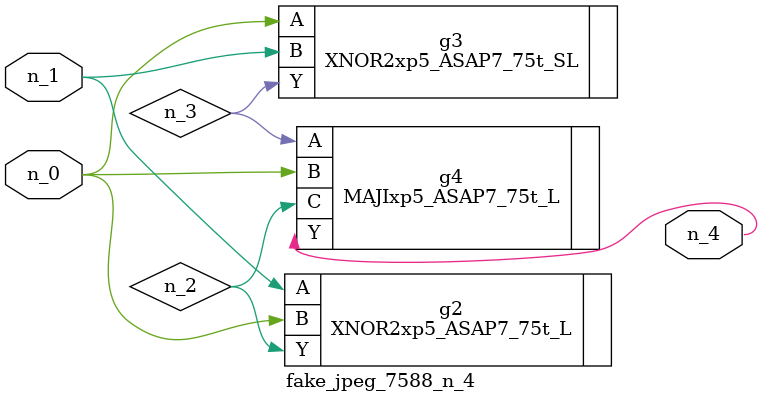
<source format=v>
module fake_jpeg_7588_n_4 (n_0, n_1, n_4);

input n_0;
input n_1;

output n_4;

wire n_3;
wire n_2;

XNOR2xp5_ASAP7_75t_L g2 ( 
.A(n_1),
.B(n_0),
.Y(n_2)
);

XNOR2xp5_ASAP7_75t_SL g3 ( 
.A(n_0),
.B(n_1),
.Y(n_3)
);

MAJIxp5_ASAP7_75t_L g4 ( 
.A(n_3),
.B(n_0),
.C(n_2),
.Y(n_4)
);


endmodule
</source>
